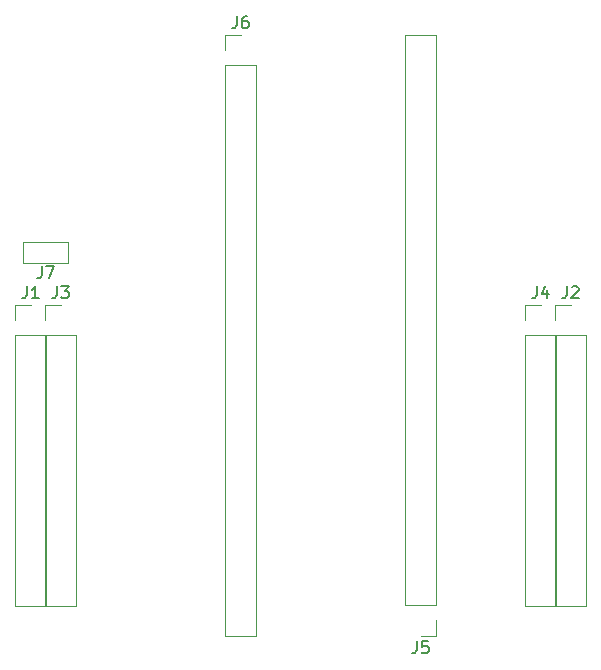
<source format=gto>
G04 #@! TF.FileFunction,Legend,Top*
%FSLAX46Y46*%
G04 Gerber Fmt 4.6, Leading zero omitted, Abs format (unit mm)*
G04 Created by KiCad (PCBNEW 4.0.7) date 01/26/18 10:19:39*
%MOMM*%
%LPD*%
G01*
G04 APERTURE LIST*
%ADD10C,0.100000*%
%ADD11C,0.120000*%
%ADD12C,0.150000*%
G04 APERTURE END LIST*
D10*
D11*
X100270000Y-125790000D02*
X102930000Y-125790000D01*
X100270000Y-102870000D02*
X100270000Y-125790000D01*
X102930000Y-102870000D02*
X102930000Y-125790000D01*
X100270000Y-102870000D02*
X102930000Y-102870000D01*
X100270000Y-101600000D02*
X100270000Y-100270000D01*
X100270000Y-100270000D02*
X101600000Y-100270000D01*
X145990000Y-125790000D02*
X148650000Y-125790000D01*
X145990000Y-102870000D02*
X145990000Y-125790000D01*
X148650000Y-102870000D02*
X148650000Y-125790000D01*
X145990000Y-102870000D02*
X148650000Y-102870000D01*
X145990000Y-101600000D02*
X145990000Y-100270000D01*
X145990000Y-100270000D02*
X147320000Y-100270000D01*
X102810000Y-125790000D02*
X105470000Y-125790000D01*
X102810000Y-102870000D02*
X102810000Y-125790000D01*
X105470000Y-102870000D02*
X105470000Y-125790000D01*
X102810000Y-102870000D02*
X105470000Y-102870000D01*
X102810000Y-101600000D02*
X102810000Y-100270000D01*
X102810000Y-100270000D02*
X104140000Y-100270000D01*
X143450000Y-125790000D02*
X146110000Y-125790000D01*
X143450000Y-102870000D02*
X143450000Y-125790000D01*
X146110000Y-102870000D02*
X146110000Y-125790000D01*
X143450000Y-102870000D02*
X146110000Y-102870000D01*
X143450000Y-101600000D02*
X143450000Y-100270000D01*
X143450000Y-100270000D02*
X144780000Y-100270000D01*
X135950000Y-77410000D02*
X133290000Y-77410000D01*
X135950000Y-125730000D02*
X135950000Y-77410000D01*
X133290000Y-125730000D02*
X133290000Y-77410000D01*
X135950000Y-125730000D02*
X133290000Y-125730000D01*
X135950000Y-127000000D02*
X135950000Y-128330000D01*
X135950000Y-128330000D02*
X134620000Y-128330000D01*
X118050000Y-128330000D02*
X120710000Y-128330000D01*
X118050000Y-80010000D02*
X118050000Y-128330000D01*
X120710000Y-80010000D02*
X120710000Y-128330000D01*
X118050000Y-80010000D02*
X120710000Y-80010000D01*
X118050000Y-78740000D02*
X118050000Y-77410000D01*
X118050000Y-77410000D02*
X119380000Y-77410000D01*
X100960000Y-96775000D02*
X104780000Y-96775000D01*
X104780000Y-96775000D02*
X104780000Y-94995000D01*
X104780000Y-94995000D02*
X100960000Y-94995000D01*
X100960000Y-96775000D02*
X100960000Y-94995000D01*
D12*
X101266667Y-98722381D02*
X101266667Y-99436667D01*
X101219047Y-99579524D01*
X101123809Y-99674762D01*
X100980952Y-99722381D01*
X100885714Y-99722381D01*
X102266667Y-99722381D02*
X101695238Y-99722381D01*
X101980952Y-99722381D02*
X101980952Y-98722381D01*
X101885714Y-98865238D01*
X101790476Y-98960476D01*
X101695238Y-99008095D01*
X146986667Y-98722381D02*
X146986667Y-99436667D01*
X146939047Y-99579524D01*
X146843809Y-99674762D01*
X146700952Y-99722381D01*
X146605714Y-99722381D01*
X147415238Y-98817619D02*
X147462857Y-98770000D01*
X147558095Y-98722381D01*
X147796191Y-98722381D01*
X147891429Y-98770000D01*
X147939048Y-98817619D01*
X147986667Y-98912857D01*
X147986667Y-99008095D01*
X147939048Y-99150952D01*
X147367619Y-99722381D01*
X147986667Y-99722381D01*
X103806667Y-98722381D02*
X103806667Y-99436667D01*
X103759047Y-99579524D01*
X103663809Y-99674762D01*
X103520952Y-99722381D01*
X103425714Y-99722381D01*
X104187619Y-98722381D02*
X104806667Y-98722381D01*
X104473333Y-99103333D01*
X104616191Y-99103333D01*
X104711429Y-99150952D01*
X104759048Y-99198571D01*
X104806667Y-99293810D01*
X104806667Y-99531905D01*
X104759048Y-99627143D01*
X104711429Y-99674762D01*
X104616191Y-99722381D01*
X104330476Y-99722381D01*
X104235238Y-99674762D01*
X104187619Y-99627143D01*
X144446667Y-98722381D02*
X144446667Y-99436667D01*
X144399047Y-99579524D01*
X144303809Y-99674762D01*
X144160952Y-99722381D01*
X144065714Y-99722381D01*
X145351429Y-99055714D02*
X145351429Y-99722381D01*
X145113333Y-98674762D02*
X144875238Y-99389048D01*
X145494286Y-99389048D01*
X134286667Y-128782381D02*
X134286667Y-129496667D01*
X134239047Y-129639524D01*
X134143809Y-129734762D01*
X134000952Y-129782381D01*
X133905714Y-129782381D01*
X135239048Y-128782381D02*
X134762857Y-128782381D01*
X134715238Y-129258571D01*
X134762857Y-129210952D01*
X134858095Y-129163333D01*
X135096191Y-129163333D01*
X135191429Y-129210952D01*
X135239048Y-129258571D01*
X135286667Y-129353810D01*
X135286667Y-129591905D01*
X135239048Y-129687143D01*
X135191429Y-129734762D01*
X135096191Y-129782381D01*
X134858095Y-129782381D01*
X134762857Y-129734762D01*
X134715238Y-129687143D01*
X119046667Y-75862381D02*
X119046667Y-76576667D01*
X118999047Y-76719524D01*
X118903809Y-76814762D01*
X118760952Y-76862381D01*
X118665714Y-76862381D01*
X119951429Y-75862381D02*
X119760952Y-75862381D01*
X119665714Y-75910000D01*
X119618095Y-75957619D01*
X119522857Y-76100476D01*
X119475238Y-76290952D01*
X119475238Y-76671905D01*
X119522857Y-76767143D01*
X119570476Y-76814762D01*
X119665714Y-76862381D01*
X119856191Y-76862381D01*
X119951429Y-76814762D01*
X119999048Y-76767143D01*
X120046667Y-76671905D01*
X120046667Y-76433810D01*
X119999048Y-76338571D01*
X119951429Y-76290952D01*
X119856191Y-76243333D01*
X119665714Y-76243333D01*
X119570476Y-76290952D01*
X119522857Y-76338571D01*
X119475238Y-76433810D01*
X102536667Y-97037381D02*
X102536667Y-97751667D01*
X102489047Y-97894524D01*
X102393809Y-97989762D01*
X102250952Y-98037381D01*
X102155714Y-98037381D01*
X102917619Y-97037381D02*
X103584286Y-97037381D01*
X103155714Y-98037381D01*
M02*

</source>
